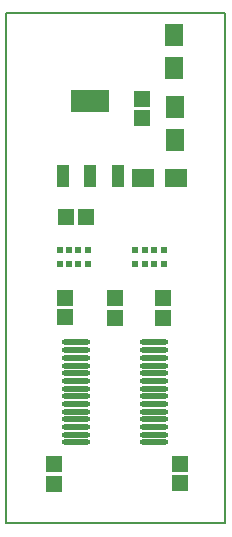
<source format=gbp>
G04*
G04 #@! TF.GenerationSoftware,Altium Limited,Altium Designer,19.1.7 (138)*
G04*
G04 Layer_Color=128*
%FSLAX44Y44*%
%MOMM*%
G71*
G01*
G75*
%ADD16C,0.1524*%
%ADD53R,1.3500X1.4500*%
%ADD54R,0.5000X0.5746*%
%ADD55R,0.5000X0.6000*%
%ADD56R,1.4500X1.3500*%
%ADD57R,3.2000X1.8500*%
%ADD58R,1.0000X1.8500*%
%ADD59O,2.4000X0.4500*%
%ADD60R,1.5000X1.9500*%
%ADD61R,1.9500X1.5000*%
D16*
X170180Y-406400D02*
Y25400D01*
X-15240Y-406400D02*
X170180D01*
X-15240Y25400D02*
X170180D01*
X-15240Y-406400D02*
Y25400D01*
D53*
X52060Y-146812D02*
D03*
X35560D02*
D03*
D54*
X53720Y-174752D02*
D03*
D55*
X45720D02*
D03*
X37720D02*
D03*
X29720D02*
D03*
X53720Y-187198D02*
D03*
X45720D02*
D03*
X37720D02*
D03*
X29720D02*
D03*
X117980Y-174752D02*
D03*
X109980D02*
D03*
X101980D02*
D03*
X93980D02*
D03*
X117980Y-187198D02*
D03*
X109980D02*
D03*
X101980D02*
D03*
X93980D02*
D03*
D56*
X34036Y-231892D02*
D03*
Y-215392D02*
D03*
X76454Y-232278D02*
D03*
Y-215778D02*
D03*
X117602Y-215900D02*
D03*
Y-232400D02*
D03*
X24892Y-372862D02*
D03*
Y-356362D02*
D03*
X132080Y-372354D02*
D03*
Y-355854D02*
D03*
X99822Y-46990D02*
D03*
Y-63490D02*
D03*
D57*
X55880Y-49022D02*
D03*
D58*
X32880Y-112522D02*
D03*
X55880D02*
D03*
X78880D02*
D03*
D59*
X43982Y-337820D02*
D03*
Y-331320D02*
D03*
Y-324820D02*
D03*
Y-318320D02*
D03*
Y-311820D02*
D03*
Y-305320D02*
D03*
Y-298820D02*
D03*
Y-292320D02*
D03*
Y-285820D02*
D03*
Y-279320D02*
D03*
Y-272820D02*
D03*
Y-266320D02*
D03*
Y-259820D02*
D03*
Y-253320D02*
D03*
X109982Y-337820D02*
D03*
Y-331320D02*
D03*
Y-324820D02*
D03*
Y-318320D02*
D03*
Y-311820D02*
D03*
Y-305320D02*
D03*
Y-298820D02*
D03*
Y-292320D02*
D03*
Y-285820D02*
D03*
Y-279320D02*
D03*
Y-272820D02*
D03*
Y-266320D02*
D03*
Y-259820D02*
D03*
Y-253320D02*
D03*
D60*
X127000Y-20862D02*
D03*
Y6638D02*
D03*
X127508Y-81568D02*
D03*
Y-54068D02*
D03*
D61*
X100550Y-113792D02*
D03*
X128050D02*
D03*
M02*

</source>
